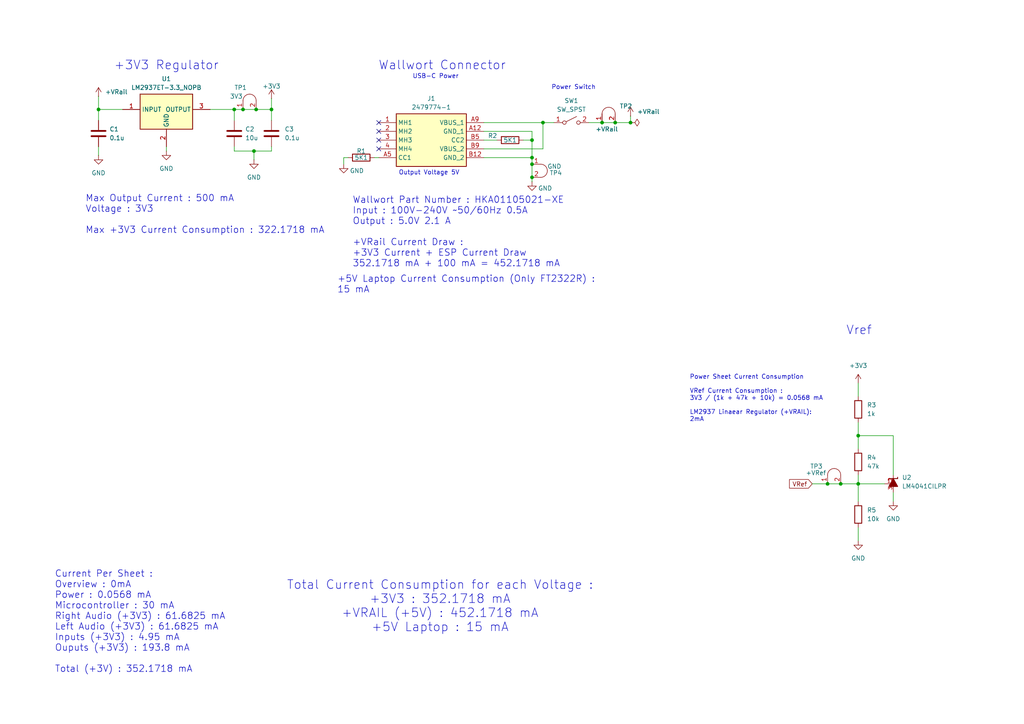
<source format=kicad_sch>
(kicad_sch (version 20250114) (generator "eeschema") (generator_version "9.0")
  (paper "A4")
  (title_block (title "ECE 445L Lab7") (date "2025-10-31") (rev "v1.0.0") (company "The University of Texas at Austin") (comment 1 "Drawn By Ashton Knecht - atk836"))
  (lib_symbols
    (symbol "2479774-1:2479774-1"
      (property "Reference" "J" (at 26.67 7.62 0))
      (property "Value" "2479774-1" (at 26.67 5.08 0))
      (symbol "2479774-1_1_1"
        (rectangle (start 5.08 2.54) (end 25.4 -12.7) (stroke (width 0.254)) (fill (type background)))
        (pin passive line (at 0 0 0) (length 5.08) (name "MH1") (number "1"))
        (pin passive line (at 0 -2.54 0) (length 5.08) (name "MH2") (number "2"))
        (pin passive line (at 0 -5.08 0) (length 5.08) (name "MH3") (number "3"))
        (pin passive line (at 0 -7.62 0) (length 5.08) (name "MH4") (number "4"))
        (pin passive line (at 0 -10.16 0) (length 5.08) (name "CC1") (number "A5"))
        (pin passive line (at 30.48 0 180) (length 5.08) (name "VBUS_1") (number "A9"))
        (pin passive line (at 30.48 -2.54 180) (length 5.08) (name "GND_1") (number "A12"))
        (pin passive line (at 30.48 -5.08 180) (length 5.08) (name "CC2") (number "B5"))
        (pin passive line (at 30.48 -7.62 180) (length 5.08) (name "VBUS_2") (number "B9"))
        (pin passive line (at 30.48 -10.16 180) (length 5.08) (name "GND_2") (number "B12"))
      )
    )
    (symbol "Device:R" (pin_numbers (hide yes)) (pin_names (offset 0))
      (property "Reference" "R" (at 2.032 0 90))
      (property "Value" "R" (at 0 0 90))
      (symbol "R_0_1"
        (rectangle (start -1.016 -2.54) (end 1.016 2.54) (stroke (width 0.254)))
      )
      (symbol "R_1_1"
        (pin passive line (at 0 3.81 270) (length 1.27) (name "~") (number "1"))
        (pin passive line (at 0 -3.81 90) (length 1.27) (name "~") (number "2"))
      )
    )
    (symbol "ECE445L:C" (pin_numbers (hide yes)) (pin_names (offset 0.254))
      (property "Reference" "C" (at 0.635 2.54 0))
      (property "Value" "C" (at 0.635 -2.54 0))
      (symbol "C_0_1"
        (polyline (pts (xy -2.032 0.762) (xy 2.032 0.762)) (stroke (width 0.508)))
        (polyline (pts (xy -2.032 -0.762) (xy 2.032 -0.762)) (stroke (width 0.508)))
      )
      (symbol "C_1_1"
        (pin passive line (at 0 3.81 270) (length 2.794) (name "~") (number "1"))
        (pin passive line (at 0 -3.81 90) (length 2.794) (name "~") (number "2"))
      )
    )
    (symbol "ECE445L:LM2937ET-3.3_NOPB"
      (property "Reference" "IC" (at 12.065 1.905 0))
      (property "Value" "LM2937ET-3.3_NOPB" (at 5.08 4.445 0))
      (symbol "LM2937ET-3.3_NOPB_1_1"
        (rectangle (start 5.08 2.54) (end 20.32 -7.62) (stroke (width 0.254)) (fill (type background)))
        (pin power_in line (at 0 -1.905 0) (length 5.08) (name "INPUT") (number "1"))
        (pin passive line (at 12.7 -12.7 90) (length 5.08) (name "GND") (number "2"))
        (pin power_out line (at 25.4 -1.905 180) (length 5.08) (name "OUTPUT") (number "3"))
      )
    )
    (symbol "ECE445L:Testpoint" (pin_names (offset 0) (hide yes))
      (property "Reference" "TP" (at 0 2.794 0))
      (property "Value" "TP" (at 0 -2.286 0))
      (symbol "Testpoint_0_1"
        (arc (start 0.0001 4.4451) (mid 1.3471 3.8871) (end 1.9051 2.5401))
        (arc (start -1.905 2.54) (mid -1.347 3.887) (end 0 4.445))
      )
      (symbol "Testpoint_1_1"
        (pin passive line (at -1.905 0 90) (length 2.54) (name "A") (number "1"))
        (pin passive line (at 1.905 0 90) (length 2.54) (name "B") (number "2"))
      )
    )
    (symbol "Switch:SW_SPST" (pin_names (offset 0) (hide yes))
      (property "Reference" "SW8" (at 0 6.985 0))
      (property "Value" "SW_SPST" (at 0 4.445 0))
      (symbol "SW_SPST_0_0"
        (circle (center -2.032 0) (radius 0.508))
        (polyline (pts (xy -1.524 0.254) (xy 1.524 1.778)))
        (circle (center 2.032 0) (radius 0.508))
      )
      (symbol "SW_SPST_1_1"
        (pin passive line (at -5.08 0 0) (length 2.54) (name "A") (number "1"))
        (pin passive line (at 5.08 0 180) (length 2.54) (name "B") (number "2"))
      )
    )
    (symbol "power:+3V3" (power) (pin_numbers (hide yes)) (pin_names (offset 0) (hide yes))
      (property "Value" "+3V3" (at 0 3.556 0))
      (symbol "+3V3_0_1"
        (polyline (pts (xy -0.762 1.27) (xy 0 2.54)))
        (polyline (pts (xy 0 2.54) (xy 0.762 1.27)))
        (polyline (pts (xy 0 0) (xy 0 2.54)))
      )
      (symbol "+3V3_1_1"
        (pin power_in line (at 0 0 90) (length 0) (name "~") (number "1"))
      )
    )
    (symbol "power:+5V" (power) (pin_numbers (hide yes)) (pin_names (offset 0) (hide yes))
      (property "Value" "+5V" (at 0 3.556 0))
      (symbol "+5V_0_1"
        (polyline (pts (xy -0.762 1.27) (xy 0 2.54)))
        (polyline (pts (xy 0 2.54) (xy 0.762 1.27)))
        (polyline (pts (xy 0 0) (xy 0 2.54)))
      )
      (symbol "+5V_1_1"
        (pin power_in line (at 0 0 90) (length 0) (name "~") (number "1"))
      )
    )
    (symbol "power:GND" (power) (pin_numbers (hide yes)) (pin_names (offset 0) (hide yes))
      (property "Value" "GND" (at 0 -3.81 0))
      (symbol "GND_0_1"
        (polyline (pts (xy 0 0) (xy 0 -1.27) (xy 1.27 -1.27) (xy 0 -2.54) (xy -1.27 -1.27) (xy 0 -1.27)))
      )
      (symbol "GND_1_1"
        (pin power_in line (at 0 0 270) (length 0) (name "~") (number "1"))
      )
    )
    (symbol "power:PWR_FLAG" (power) (pin_numbers (hide yes)) (pin_names (offset 0) (hide yes))
      (property "Value" "PWR_FLAG" (at 0 3.81 0))
      (symbol "PWR_FLAG_0_0"
        (pin power_out line (at 0 0 90) (length 0) (name "~") (number "1"))
      )
      (symbol "PWR_FLAG_0_1"
        (polyline (pts (xy 0 0) (xy 0 1.27) (xy -1.016 1.905) (xy 0 2.54) (xy 1.016 1.905) (xy 0 1.27)))
      )
    )
    (symbol "ti_LM4041CILPR:LM4041CILPR" (pin_names (offset 1.016))
      (property "Reference" "IC" (at 2.7965 1.9067 0))
      (property "Value" "LM4041CILPR" (at 2.796 -0.8896 0))
      (symbol "LM4041CILPR_0_0"
        (polyline (pts (xy -1.27 1.524) (xy -1.27 1.143)) (stroke (width 0.254)))
        (polyline (pts (xy 0 1.524) (xy -1.27 1.524)) (stroke (width 0.254)))
        (polyline (pts (xy 0 1.524) (xy -1.27 -0.762) (xy 1.27 -0.762) (xy 0 1.524)) (stroke (width 0.254)) (fill (type outline)))
        (polyline (pts (xy 1.27 1.905) (xy 1.27 1.524)) (stroke (width 0.254)))
        (polyline (pts (xy 1.27 1.524) (xy 0 1.524)) (stroke (width 0.254)))
        (pin passive line (at -2.54 0 0) (length 2.54) (name "~") (number "1"))
        (pin passive line (at 0 2.54 270) (length 2.54) (name "~") (number "2"))
        (pin passive line (at 0 -2.54 90) (length 2.54) (name "~") (number "3"))
      )
    )
  )
  (text "Max Output Current : 500 mA\nVoltage : 3V3\n\nMax +3V3 Current Consumption : 322.1718 mA" (at 24.765 62.23 0) (effects (font (size 1.905 1.905)) (justify left)))
  (text "Wallwort Part Number : HKA01105021-XE\nInput : 100V-240V ~50/60Hz 0.5A\nOutput : 5.0V 2.1 A\n\n+VRail Current Draw :\n+3V3 Current + ESP Current Draw\n352.1718 mA + 100 mA = 452.1718 mA" (at 102.235 67.31 0) (effects (font (size 1.905 1.905)) (justify left)))
  (text "Power Sheet Current Consumption\n\nVRef Current Consumption :\n3V3 / (1k + 47k + 10k) = 0.0568 mA\n\nLM2937 Linaear Regulator (+VRAIL):\n2mA\n" (at 200.025 115.57 0) (effects (font (size 1.27 1.27)) (justify left)))
  (text "+3V3 Regulator" (at 48.26 19.05 0) (effects (font (size 2.54 2.54))))
  (text "Power Switch" (at 166.37 25.4 0) (effects (font (size 1.27 1.27))))
  (text "Output Voltage 5V\n" (at 124.46 50.165 0) (effects (font (size 1.27 1.27))))
  (text "+5V Laptop Current Consumption (Only FT2322R) :\n15 mA" (at 97.79 82.55 0) (effects (font (size 1.905 1.905)) (justify left)))
  (text "USB-C Power" (at 126.365 22.225 0) (effects (font (size 1.27 1.27))))
  (text "Current Per Sheet :\nOverview : 0mA\nPower : 0.0568 mA\nMicrocontroller : 30 mA \nRight Audio (+3V3) : 61.6825 mA\nLeft Audio (+3V3) : 61.6825 mA\nInputs (+3V3) : 4.95 mA\nOuputs (+3V3) : 193.8 mA \n\nTotal (+3V) : 352.1718 mA\n" (at 15.875 180.34 0) (effects (font (size 1.905 1.905)) (justify left)))
  (text "Total Current Consumption for each Voltage :\n+3V3 : 352.1718 mA\n+VRAIL (+5V) : 452.1718 mA\n+5V Laptop : 15 mA" (at 127.635 175.895 0) (effects (font (size 2.54 2.54))))
  (text "Vref" (at 249.174 95.885 0) (effects (font (size 2.54 2.54))))
  (text "Wallwort Connector" (at 128.27 19.05 0) (effects (font (size 2.54 2.54))))
  (junction (at 248.92 140.335))
  (junction (at 154.305 51.435))
  (junction (at 174.625 35.56))
  (junction (at 70.485 31.75))
  (junction (at 73.66 43.815))
  (junction (at 248.92 126.365))
  (junction (at 74.295 31.75))
  (junction (at 178.435 35.56))
  (junction (at 243.84 140.335))
  (junction (at 182.88 35.56))
  (junction (at 154.305 40.64))
  (junction (at 154.305 47.625))
  (junction (at 28.575 31.75))
  (junction (at 78.74 31.75))
  (junction (at 157.48 35.56))
  (junction (at 67.945 31.75))
  (junction (at 240.03 140.335))
  (junction (at 154.305 45.72))
  (no_connect (at 109.855 43.18))
  (no_connect (at 109.855 40.64))
  (no_connect (at 109.855 38.1))
  (no_connect (at 109.855 35.56))
  (wire (pts (xy 140.335 43.18) (xy 157.48 43.18)))
  (wire (pts (xy 248.92 111.125) (xy 248.92 114.935)))
  (wire (pts (xy 73.66 43.815) (xy 73.66 46.355)))
  (wire (pts (xy 140.335 38.1) (xy 154.305 38.1)))
  (wire (pts (xy 248.92 153.035) (xy 248.92 156.845)))
  (wire (pts (xy 70.485 31.75) (xy 67.945 31.75)))
  (wire (pts (xy 140.335 40.64) (xy 144.145 40.64)))
  (wire (pts (xy 174.625 35.56) (xy 178.435 35.56)))
  (wire (pts (xy 157.48 35.56) (xy 160.655 35.56)))
  (wire (pts (xy 151.765 40.64) (xy 154.305 40.64)))
  (wire (pts (xy 154.305 47.625) (xy 154.305 51.435)))
  (wire (pts (xy 248.92 126.365) (xy 248.92 130.175)))
  (wire (pts (xy 78.74 28.575) (xy 78.74 31.75)))
  (wire (pts (xy 259.08 142.875) (xy 259.08 145.415)))
  (wire (pts (xy 248.92 140.335) (xy 248.92 145.415)))
  (wire (pts (xy 259.08 126.365) (xy 248.92 126.365)))
  (wire (pts (xy 240.03 140.335) (xy 243.84 140.335)))
  (wire (pts (xy 78.74 31.75) (xy 74.295 31.75)))
  (wire (pts (xy 235.585 140.335) (xy 240.03 140.335)))
  (wire (pts (xy 140.335 45.72) (xy 154.305 45.72)))
  (wire (pts (xy 182.88 35.56) (xy 182.88 33.655)))
  (wire (pts (xy 73.66 43.815) (xy 67.945 43.815)))
  (wire (pts (xy 154.305 51.435) (xy 154.305 52.705)))
  (wire (pts (xy 154.305 45.72) (xy 154.305 47.625)))
  (wire (pts (xy 28.575 31.75) (xy 28.575 34.925)))
  (wire (pts (xy 154.305 40.64) (xy 154.305 45.72)))
  (wire (pts (xy 78.74 31.75) (xy 78.74 34.925)))
  (wire (pts (xy 108.585 45.72) (xy 109.855 45.72)))
  (wire (pts (xy 248.92 137.795) (xy 248.92 140.335)))
  (wire (pts (xy 259.08 137.795) (xy 259.08 126.365)))
  (wire (pts (xy 99.695 45.72) (xy 99.695 47.625)))
  (wire (pts (xy 178.435 35.56) (xy 182.88 35.56)))
  (wire (pts (xy 48.26 42.545) (xy 48.26 43.815)))
  (wire (pts (xy 28.575 42.545) (xy 28.575 45.085)))
  (wire (pts (xy 154.305 38.1) (xy 154.305 40.64)))
  (wire (pts (xy 243.84 140.335) (xy 248.92 140.335)))
  (wire (pts (xy 248.92 122.555) (xy 248.92 126.365)))
  (wire (pts (xy 60.96 31.75) (xy 67.945 31.75)))
  (wire (pts (xy 170.815 35.56) (xy 174.625 35.56)))
  (wire (pts (xy 78.74 42.545) (xy 78.74 43.815)))
  (wire (pts (xy 67.945 43.815) (xy 67.945 42.545)))
  (wire (pts (xy 28.575 31.75) (xy 35.56 31.75)))
  (wire (pts (xy 99.695 45.72) (xy 100.965 45.72)))
  (wire (pts (xy 157.48 43.18) (xy 157.48 35.56)))
  (wire (pts (xy 67.945 31.75) (xy 67.945 34.925)))
  (wire (pts (xy 73.66 43.815) (xy 78.74 43.815)))
  (wire (pts (xy 140.335 35.56) (xy 157.48 35.56)))
  (wire (pts (xy 70.485 31.75) (xy 74.295 31.75)))
  (wire (pts (xy 248.92 140.335) (xy 256.54 140.335)))
  (wire (pts (xy 28.575 31.75) (xy 28.575 27.94)))
  (global_label "VRef" (shape input) (at 235.585 140.335 180) (property "Intersheetrefs" "${INTERSHEET_REFS}" (effects (hide yes))))
  (symbol (lib_id "Switch:SW_SPST") (at 165.735 35.56 0) (unit 1)
    (property "Reference" "SW1" (at 165.735 29.21 0))
    (property "Value" "SW_SPST" (at 165.735 31.75 0))
    (property "Footprint" "ECE445L:SW-T3-1A-A-A3-S1" (effects (hide yes)))
    (property "Description" "Single Pole Single Throw (SPST) switch" (effects (hide yes)))
  )
  (symbol (lib_id "Device:R") (at 248.92 149.225 0) (unit 1)
    (property "Reference" "R5" (at 251.46 147.9549 0) (effects (justify left)))
    (property "Value" "10k" (at 251.46 150.4949 0) (effects (justify left)))
    (property "Footprint" "Resistor_SMD:R_0603_1608Metric_Pad0.98x0.95mm_HandSolder" (effects (hide yes)))
    (property "Description" "Resistor" (effects (hide yes)))
  )
  (symbol (lib_id "ti_LM4041CILPR:LM4041CILPR") (at 259.08 140.335 0) (unit 1)
    (property "Reference" "U2" (at 261.62 138.4934 0) (effects (justify left)))
    (property "Value" "LM4041CILPR" (at 261.62 141.0334 0) (effects (justify left)))
    (property "Footprint" "ECE445L:ti_LM4041CILPR" (effects (hide yes)))
    (property "Datasheet" "https://www.ti.com/general/docs/suppproductinfo.tsp?distId=26&gotoUrl=https://www.ti.com/lit/gpn/lm4041a12" (effects (hide yes)))
    (property "Distributor" "Mouser" (effects (hide yes)))
    (property "Manufacturer" "Texas Instruments" (effects (hide yes)))
    (property "P/N" "LM4041CILPR" (effects (hide yes)))
    (property "Cost" "0.78" (effects (hide yes)))
  )
  (symbol (lib_id "power:GND") (at 73.66 46.355 0) (unit 1)
    (property "Reference" "#PWR04" (effects (hide yes)))
    (property "Value" "GND" (at 73.66 51.435 0))
    (property "Description" "Power symbol creates a global label with name \"GND\" , ground" (effects (hide yes)))
  )
  (symbol (lib_id "power:GND") (at 154.305 52.705 0) (unit 1)
    (property "Reference" "#PWR07" (effects (hide yes)))
    (property "Value" "GND" (at 158.115 54.61 0))
    (property "Description" "Power symbol creates a global label with name \"GND\" , ground" (effects (hide yes)))
  )
  (symbol (lib_id "ECE445L:Testpoint") (at 241.935 140.335 0) (unit 1)
    (property "Reference" "TP3" (at 234.95 135.255 0) (effects (justify left)))
    (property "Value" "+VRef" (at 233.68 137.16 0) (effects (justify left)))
    (property "Footprint" "ECE445L:Testpoint_1x02_P2.54mm" (effects (hide yes)))
    (property "Description" "Testpoint" (effects (hide yes)))
  )
  (symbol (lib_id "power:+5V") (at 28.575 27.94 0) (unit 1)
    (property "Reference" "#PWR01" (effects (hide yes)))
    (property "Value" "+VRail" (at 30.48 26.6699 0) (effects (justify left)))
    (property "Description" "Power symbol creates a global label with name \"+5V\"" (effects (hide yes)))
  )
  (symbol (lib_id "power:PWR_FLAG") (at 182.88 35.56 270) (unit 1)
    (property "Reference" "#FLG01" (effects (hide yes)))
    (property "Value" "PWR_FLAG" (effects (hide yes)))
    (property "Description" "Special symbol for telling ERC where power comes from" (effects (hide yes)))
  )
  (symbol (lib_id "power:+3V3") (at 248.92 111.125 0) (unit 1)
    (property "Reference" "#PWR09" (effects (hide yes)))
    (property "Value" "+3V3" (at 248.92 106.045 0))
    (property "Description" "Power symbol creates a global label with name \"+3V3\"" (effects (hide yes)))
  )
  (symbol (lib_id "Device:R") (at 248.92 133.985 0) (unit 1)
    (property "Reference" "R4" (at 251.46 132.7149 0) (effects (justify left)))
    (property "Value" "47k" (at 251.46 135.2549 0) (effects (justify left)))
    (property "Footprint" "Resistor_SMD:R_0603_1608Metric_Pad0.98x0.95mm_HandSolder" (effects (hide yes)))
    (property "Description" "Resistor" (effects (hide yes)))
  )
  (symbol (lib_id "ECE445L:LM2937ET-3.3_NOPB") (at 35.56 29.845 0) (unit 1)
    (property "Reference" "U1" (at 48.26 22.86 0))
    (property "Value" "LM2937ET-3.3_NOPB" (at 48.26 25.4 0))
    (property "Footprint" "ECE445L:TO254P470X1028X1955-3P" (effects (hide yes)))
    (property "Datasheet" "http://www.ti.com/general/docs/suppproductinfo.tsp?distId=10&gotoUrl=http%3A%2F%2Fwww.ti.com%2Flit%2Fgpn%2Flm2937" (effects (hide yes)))
    (property "Description" "400mA and 500mA Voltage Regulator" (effects (hide yes)))
    (property "Height" "4.7" (effects (hide yes)))
    (property "Mouser Part Number" "926-LM2937ET-3.3NOPB" (effects (hide yes)))
    (property "Mouser Price/Stock" "https://www.mouser.co.uk/ProductDetail/Texas-Instruments/LM2937ET-3.3-NOPB?qs=X1J7HmVL2ZEMUke2IfNR4w%3D%3D" (effects (hide yes)))
    (property "Manufacturer_Name" "Texas Instruments" (effects (hide yes)))
    (property "Manufacturer_Part_Number" "LM2937ET-3.3/NOPB" (effects (hide yes)))
  )
  (symbol (lib_id "ECE445L:C") (at 28.575 38.735 0) (unit 1)
    (property "Reference" "C1" (at 31.75 37.4649 0) (effects (justify left)))
    (property "Value" "0.1u" (at 31.75 40.0049 0) (effects (justify left)))
    (property "Footprint" "Capacitor_SMD:C_0603_1608Metric_Pad1.08x0.95mm_HandSolder" (effects (hide yes)))
    (property "Description" "Unpolarized capacitor" (effects (hide yes)))
  )
  (symbol (lib_id "Device:R") (at 147.955 40.64 90) (unit 1)
    (property "Reference" "R2" (at 142.875 39.37 90))
    (property "Value" "5K1" (at 147.955 40.64 90))
    (property "Footprint" "Resistor_SMD:R_0603_1608Metric_Pad0.98x0.95mm_HandSolder" (effects (hide yes)))
    (property "Description" "Resistor" (effects (hide yes)))
  )
  (symbol (lib_id "ECE445L:Testpoint") (at 72.39 31.75 0) (unit 1)
    (property "Reference" "TP1" (at 67.945 25.4 0) (effects (justify left)))
    (property "Value" "3V3" (at 66.675 27.94 0) (effects (justify left)))
    (property "Footprint" "ECE445L:Testpoint_1x02_P2.54mm" (effects (hide yes)))
    (property "Description" "Testpoint" (effects (hide yes)))
  )
  (symbol (lib_id "Device:R") (at 104.775 45.72 90) (unit 1)
    (property "Reference" "R1" (at 104.775 43.815 90))
    (property "Value" "5K1" (at 104.775 45.72 90))
    (property "Footprint" "Resistor_SMD:R_0603_1608Metric_Pad0.98x0.95mm_HandSolder" (effects (hide yes)))
    (property "Description" "Resistor" (effects (hide yes)))
  )
  (symbol (lib_id "ECE445L:Testpoint") (at 176.53 35.56 0) (unit 1)
    (property "Reference" "TP2" (at 179.705 30.7973 0) (effects (justify left)))
    (property "Value" "+VRail" (at 172.72 37.465 0) (effects (justify left)))
    (property "Footprint" "ECE445L:Testpoint_1x02_P2.54mm" (effects (hide yes)))
    (property "Description" "Testpoint" (effects (hide yes)))
  )
  (symbol (lib_id "power:GND") (at 99.695 47.625 0) (unit 1)
    (property "Reference" "#PWR06" (effects (hide yes)))
    (property "Value" "GND" (at 103.505 49.53 0))
    (property "Description" "Power symbol creates a global label with name \"GND\" , ground" (effects (hide yes)))
  )
  (symbol (lib_id "power:+5V") (at 182.88 33.655 0) (unit 1)
    (property "Reference" "#PWR08" (effects (hide yes)))
    (property "Value" "+VRail" (at 184.785 32.3849 0) (effects (justify left)))
    (property "Description" "Power symbol creates a global label with name \"+5V\"" (effects (hide yes)))
  )
  (symbol (lib_id "power:GND") (at 28.575 45.085 0) (unit 1)
    (property "Reference" "#PWR02" (effects (hide yes)))
    (property "Value" "GND" (at 28.575 50.165 0))
    (property "Description" "Power symbol creates a global label with name \"GND\" , ground" (effects (hide yes)))
  )
  (symbol (lib_id "ECE445L:Testpoint") (at 154.305 49.53 270) (unit 1)
    (property "Reference" "TP4" (at 159.385 50.165 90) (effects (justify left)))
    (property "Value" "GND" (at 158.75 48.26 90) (effects (justify left)))
    (property "Footprint" "ECE445L:Testpoint_1x02_P2.54mm" (effects (hide yes)))
    (property "Description" "Testpoint" (effects (hide yes)))
  )
  (symbol (lib_id "power:GND") (at 248.92 156.845 0) (unit 1)
    (property "Reference" "#PWR010" (effects (hide yes)))
    (property "Value" "GND" (at 248.92 161.925 0))
    (property "Description" "Power symbol creates a global label with name \"GND\" , ground" (effects (hide yes)))
  )
  (symbol (lib_id "2479774-1:2479774-1") (at 109.855 35.56 0) (unit 1)
    (property "Reference" "J1" (at 125.095 28.575 0))
    (property "Value" "2479774-1" (at 125.095 31.115 0))
    (property "Footprint" "ECE445L:24797741" (effects (hide yes)))
    (property "Datasheet" "http://www.te.com/en/product-2479774-1.html" (effects (hide yes)))
    (property "Description" "USB Type-C Charge-only, 6 Pin, Top, 1u GF" (effects (hide yes)))
    (property "Height" "3.31" (effects (hide yes)))
    (property "Manufacturer_Name" "TE Connectivity" (effects (hide yes)))
    (property "Manufacturer_Part_Number" "2479774-1" (effects (hide yes)))
    (property "Mouser Part Number" "571-2479774-1" (effects (hide yes)))
    (property "Mouser Price/Stock" "https://www.mouser.co.uk/ProductDetail/TE-Connectivity/2479774-1?qs=dbcCsuKDzFU5QD2sraQ9kg%3D%3D" (effects (hide yes)))
    (property "Arrow Part Number" "2479774-1" (effects (hide yes)))
    (property "Arrow Price/Stock" "https://www.arrow.com/en/products/2479774-1/te-connectivity?utm_currency=USD&region=nac" (effects (hide yes)))
  )
  (symbol (lib_id "ECE445L:C") (at 78.74 38.735 0) (unit 1)
    (property "Reference" "C3" (at 82.55 37.4649 0) (effects (justify left)))
    (property "Value" "0.1u" (at 82.55 40.0049 0) (effects (justify left)))
    (property "Footprint" "Capacitor_SMD:C_0603_1608Metric_Pad1.08x0.95mm_HandSolder" (effects (hide yes)))
    (property "Description" "Unpolarized capacitor" (effects (hide yes)))
  )
  (symbol (lib_id "ECE445L:C") (at 67.945 38.735 0) (unit 1)
    (property "Reference" "C2" (at 71.12 37.4649 0) (effects (justify left)))
    (property "Value" "10u" (at 71.12 40.0049 0) (effects (justify left)))
    (property "Footprint" "Capacitor_SMD:C_0805_2012Metric_Pad1.18x1.45mm_HandSolder" (effects (hide yes)))
    (property "Description" "Unpolarized capacitor" (effects (hide yes)))
  )
  (symbol (lib_id "power:GND") (at 259.08 145.415 0) (unit 1)
    (property "Reference" "#PWR011" (effects (hide yes)))
    (property "Value" "GND" (at 259.08 150.495 0))
    (property "Description" "Power symbol creates a global label with name \"GND\" , ground" (effects (hide yes)))
  )
  (symbol (lib_id "power:GND") (at 48.26 43.815 0) (unit 1)
    (property "Reference" "#PWR03" (effects (hide yes)))
    (property "Value" "GND" (at 48.26 48.895 0))
    (property "Description" "Power symbol creates a global label with name \"GND\" , ground" (effects (hide yes)))
  )
  (symbol (lib_id "Device:R") (at 248.92 118.745 0) (unit 1)
    (property "Reference" "R3" (at 251.46 117.4749 0) (effects (justify left)))
    (property "Value" "1k" (at 251.46 120.0149 0) (effects (justify left)))
    (property "Footprint" "Resistor_SMD:R_0603_1608Metric_Pad0.98x0.95mm_HandSolder" (effects (hide yes)))
    (property "Description" "Resistor" (effects (hide yes)))
  )
  (symbol (lib_id "power:+3V3") (at 78.74 28.575 0) (unit 1)
    (property "Reference" "#PWR05" (effects (hide yes)))
    (property "Value" "+3V3" (at 78.74 25.019 0))
    (property "Description" "Power symbol creates a global label with name \"+3V3\"" (effects (hide yes)))
  )
)
</source>
